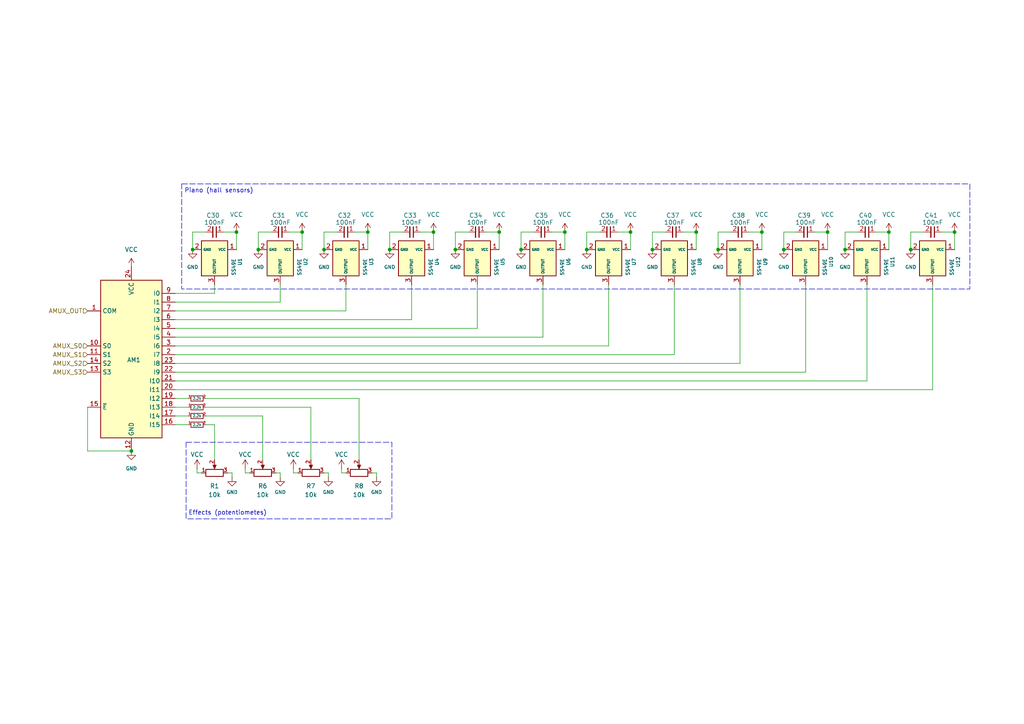
<source format=kicad_sch>
(kicad_sch (version 20250114) (generator "eeschema") (generator_version "9.0")
  (paper "A4")
  (lib_symbols
    (symbol "Symbols:CD74HC4067M Analog Mux"
      (property "Reference" "AM" (at 0 0 0))
      (symbol "CD74HC4067M Analog Mux_0_1"
        (rectangle (start -8.89 22.86) (end 8.89 -22.86) (stroke (width 0.254)) (fill (type background)))
      )
      (symbol "CD74HC4067M Analog Mux_1_1"
        (pin passive line (at -12.7 13.97 0) (length 3.81) (name "COM") (number "1"))
        (pin input line (at -12.7 3.81 0) (length 3.81) (name "S0") (number "10"))
        (pin input line (at -12.7 1.27 0) (length 3.81) (name "S1") (number "11"))
        (pin input line (at -12.7 -1.27 0) (length 3.81) (name "S2") (number "14"))
        (pin input line (at -12.7 -3.81 0) (length 3.81) (name "S3") (number "13"))
        (pin input line (at -12.7 -13.97 0) (length 3.81) (name "~{E}") (number "15"))
        (pin power_in line (at 0 26.67 270) (length 3.81) (name "VCC") (number "24"))
        (pin power_in line (at 0 -26.67 90) (length 3.81) (name "GND") (number "12"))
        (pin passive line (at 12.7 19.05 180) (length 3.81) (name "I0") (number "9"))
        (pin passive line (at 12.7 16.51 180) (length 3.81) (name "I1") (number "8"))
        (pin passive line (at 12.7 13.97 180) (length 3.81) (name "I2") (number "7"))
        (pin passive line (at 12.7 11.43 180) (length 3.81) (name "I3") (number "6"))
        (pin passive line (at 12.7 8.89 180) (length 3.81) (name "I4") (number "5"))
        (pin passive line (at 12.7 6.35 180) (length 3.81) (name "I5") (number "4"))
        (pin passive line (at 12.7 3.81 180) (length 3.81) (name "I6") (number "3"))
        (pin passive line (at 12.7 1.27 180) (length 3.81) (name "I7") (number "2"))
        (pin passive line (at 12.7 -1.27 180) (length 3.81) (name "I8") (number "23"))
        (pin passive line (at 12.7 -3.81 180) (length 3.81) (name "I9") (number "22"))
        (pin passive line (at 12.7 -6.35 180) (length 3.81) (name "I10") (number "21"))
        (pin passive line (at 12.7 -8.89 180) (length 3.81) (name "I11") (number "20"))
        (pin passive line (at 12.7 -11.43 180) (length 3.81) (name "I12") (number "19"))
        (pin passive line (at 12.7 -13.97 180) (length 3.81) (name "I13") (number "18"))
        (pin passive line (at 12.7 -16.51 180) (length 3.81) (name "I14") (number "17"))
        (pin passive line (at 12.7 -19.05 180) (length 3.81) (name "I15") (number "16"))
      )
    )
    (symbol "Symbols:Capacitor 0603"
      (property "Reference" "C" (at -3.048 0 90))
      (symbol "Capacitor 0603_0_1"
        (polyline (pts (xy -1.524 0.508) (xy 1.524 0.508)) (stroke (width 0.3048)))
        (polyline (pts (xy -1.524 -0.508) (xy 1.524 -0.508)) (stroke (width 0.3302)))
      )
      (symbol "Capacitor 0603_1_1"
        (pin passive line (at 0 2.54 270) (length 2.032) (name "~") (number "1"))
        (pin passive line (at 0 -2.54 90) (length 2.032) (name "~") (number "2"))
      )
    )
    (symbol "Symbols:GND" (power) (pin_numbers (hide yes)) (pin_names (hide yes))
      (property "Value" "GND" (at 0 -3.302 0))
      (symbol "GND_0_1"
        (polyline (pts (xy 0 0) (xy 0 -1.27) (xy 1.27 -1.27) (xy 0 -2.54) (xy -1.27 -1.27) (xy 0 -1.27)))
      )
      (symbol "GND_1_1"
        (pin power_in line (at 0 0 270) (length 0) (name "~") (number ""))
      )
    )
    (symbol "Symbols:Potentiometer"
      (property "Reference" "R" (at -2.286 0 90))
      (symbol "Potentiometer_0_1"
        (rectangle (start 1.016 2.54) (end -1.016 -2.54) (stroke (width 0.254)))
        (polyline (pts (xy 1.143 0) (xy 2.286 0.508) (xy 2.286 -0.508) (xy 1.143 0)) (fill (type outline)))
        (polyline (pts (xy 2.54 0) (xy 1.524 0)))
      )
      (symbol "Potentiometer_1_1"
        (pin passive line (at 0 3.81 270) (length 1.27) (name "") (number "1"))
        (pin passive line (at 0 -3.81 90) (length 1.27) (name "") (number "3"))
        (pin passive line (at 3.81 0 180) (length 1.27) (name "") (number "2"))
      )
    )
    (symbol "Symbols:Resistor 0603"
      (property "Reference" "R" (at -2.032 0 90))
      (symbol "Resistor 0603_0_1"
        (rectangle (start -0.762 1.778) (end 0.762 -1.778) (stroke (width 0.2032)))
      )
      (symbol "Resistor 0603_1_1"
        (pin passive line (at 0 2.54 270) (length 0.762) (name "~") (number "1"))
        (pin passive line (at 0 -2.54 90) (length 0.762) (name "~") (number "2"))
      )
    )
    (symbol "Symbols:SS49E Hall Sensor"
      (property "Reference" "H" (at 0 1.778 0))
      (property "Value" "SS49E" (at 2.032 4.826 0))
      (symbol "SS49E Hall Sensor_0_1"
        (rectangle (start -5.08 3.81) (end 5.08 -3.81) (stroke (width 0.254)) (fill (type background)))
      )
      (symbol "SS49E Hall Sensor_1_1"
        (pin power_in line (at -2.54 6.35 270) (length 2.54) (name "VCC") (number "1"))
        (pin power_in line (at -2.54 -6.35 90) (length 2.54) (name "GND") (number "2"))
        (pin output line (at 7.62 0 180) (length 2.54) (name "OUTPUT") (number "3"))
      )
    )
    (symbol "Symbols:VCC" (power) (pin_numbers (hide yes)) (pin_names (hide yes))
      (property "Value" "VCC" (at 0 3.81 0))
      (symbol "VCC_0_1"
        (polyline (pts (xy -0.762 1.27) (xy 0 2.54)))
        (polyline (pts (xy 0 2.54) (xy 0.762 1.27)))
        (polyline (pts (xy 0 0) (xy 0 2.54)))
      )
      (symbol "VCC_1_1"
        (pin power_in line (at 0 0 90) (length 0) (name "~") (number ""))
      )
    )
  )
  (rectangle (start 52.705 53.34) (end 281.305 83.82) (stroke (width 0) (type dash)))
  (rectangle (start 53.975 128.27) (end 113.665 150.495) (stroke (width 0) (type dash)))
  (text "Piano (hall sensors)" (at 63.5 55.372 0) (effects (font (size 1.27 1.27))))
  (text "Effects (potentiometes)" (at 66.04 148.844 0) (effects (font (size 1.27 1.27))))
  (junction (at 276.86 67.31))
  (junction (at 170.18 72.39))
  (junction (at 201.93 67.31))
  (junction (at 144.78 67.31))
  (junction (at 151.13 72.39))
  (junction (at 55.88 72.39))
  (junction (at 132.08 72.39))
  (junction (at 93.98 72.39))
  (junction (at 113.03 72.39))
  (junction (at 182.88 67.31))
  (junction (at 38.1 130.81))
  (junction (at 163.83 67.31))
  (junction (at 227.33 72.39))
  (junction (at 68.58 67.31))
  (junction (at 87.63 67.31))
  (junction (at 125.73 67.31))
  (junction (at 264.16 72.39))
  (junction (at 240.03 67.31))
  (junction (at 257.81 67.31))
  (junction (at 106.68 67.31))
  (junction (at 208.28 72.39))
  (junction (at 245.11 72.39))
  (junction (at 189.23 72.39))
  (junction (at 74.93 72.39))
  (junction (at 220.98 67.31))
  (wire (pts (xy 90.17 118.11) (xy 90.17 133.35)))
  (wire (pts (xy 66.04 137.16) (xy 67.31 137.16)))
  (wire (pts (xy 81.28 137.16) (xy 81.28 138.43)))
  (wire (pts (xy 106.68 67.31) (xy 106.68 72.39)))
  (wire (pts (xy 220.98 67.31) (xy 220.98 72.39)))
  (wire (pts (xy 74.93 72.39) (xy 74.93 67.31)))
  (wire (pts (xy 68.58 67.31) (xy 68.58 72.39)))
  (wire (pts (xy 160.02 67.31) (xy 163.83 67.31)))
  (wire (pts (xy 251.46 110.49) (xy 251.46 82.55)))
  (wire (pts (xy 264.16 67.31) (xy 267.97 67.31)))
  (wire (pts (xy 170.18 67.31) (xy 173.99 67.31)))
  (wire (pts (xy 214.63 105.41) (xy 214.63 82.55)))
  (wire (pts (xy 50.8 110.49) (xy 251.46 110.49)))
  (wire (pts (xy 86.36 137.16) (xy 85.09 137.16)))
  (wire (pts (xy 170.18 72.39) (xy 170.18 67.31)))
  (wire (pts (xy 163.83 67.31) (xy 163.83 72.39)))
  (wire (pts (xy 227.33 67.31) (xy 231.14 67.31)))
  (wire (pts (xy 201.93 67.31) (xy 201.93 72.39)))
  (wire (pts (xy 57.15 137.16) (xy 57.15 135.89)))
  (wire (pts (xy 76.2 120.65) (xy 76.2 133.35)))
  (wire (pts (xy 80.01 137.16) (xy 81.28 137.16)))
  (wire (pts (xy 71.12 137.16) (xy 71.12 135.89)))
  (wire (pts (xy 93.98 67.31) (xy 97.79 67.31)))
  (wire (pts (xy 62.23 133.35) (xy 62.23 123.19)))
  (wire (pts (xy 50.8 92.71) (xy 119.38 92.71)))
  (wire (pts (xy 104.14 115.57) (xy 104.14 133.35)))
  (wire (pts (xy 236.22 67.31) (xy 240.03 67.31)))
  (wire (pts (xy 132.08 72.39) (xy 132.08 67.31)))
  (wire (pts (xy 233.68 107.95) (xy 233.68 82.55)))
  (wire (pts (xy 50.8 100.33) (xy 176.53 100.33)))
  (wire (pts (xy 217.17 67.31) (xy 220.98 67.31)))
  (wire (pts (xy 58.42 137.16) (xy 57.15 137.16)))
  (wire (pts (xy 176.53 100.33) (xy 176.53 82.55)))
  (wire (pts (xy 99.06 137.16) (xy 99.06 135.89)))
  (wire (pts (xy 100.33 137.16) (xy 99.06 137.16)))
  (wire (pts (xy 81.28 87.63) (xy 81.28 82.55)))
  (wire (pts (xy 144.78 67.31) (xy 144.78 72.39)))
  (wire (pts (xy 270.51 113.03) (xy 270.51 82.55)))
  (wire (pts (xy 245.11 67.31) (xy 248.92 67.31)))
  (wire (pts (xy 245.11 72.39) (xy 245.11 67.31)))
  (wire (pts (xy 109.22 137.16) (xy 109.22 138.43)))
  (wire (pts (xy 198.12 67.31) (xy 201.93 67.31)))
  (wire (pts (xy 182.88 67.31) (xy 182.88 72.39)))
  (wire (pts (xy 121.92 67.31) (xy 125.73 67.31)))
  (wire (pts (xy 227.33 72.39) (xy 227.33 67.31)))
  (wire (pts (xy 254 67.31) (xy 257.81 67.31)))
  (wire (pts (xy 25.4 130.81) (xy 38.1 130.81)))
  (wire (pts (xy 208.28 72.39) (xy 208.28 67.31)))
  (wire (pts (xy 59.69 118.11) (xy 90.17 118.11)))
  (wire (pts (xy 102.87 67.31) (xy 106.68 67.31)))
  (wire (pts (xy 113.03 72.39) (xy 113.03 67.31)))
  (wire (pts (xy 50.8 85.09) (xy 62.23 85.09)))
  (wire (pts (xy 72.39 137.16) (xy 71.12 137.16)))
  (wire (pts (xy 59.69 115.57) (xy 104.14 115.57)))
  (wire (pts (xy 50.8 105.41) (xy 214.63 105.41)))
  (wire (pts (xy 50.8 90.17) (xy 100.33 90.17)))
  (wire (pts (xy 87.63 67.31) (xy 87.63 72.39)))
  (wire (pts (xy 125.73 67.31) (xy 125.73 72.39)))
  (wire (pts (xy 50.8 102.87) (xy 195.58 102.87)))
  (wire (pts (xy 50.8 118.11) (xy 54.61 118.11)))
  (wire (pts (xy 95.25 137.16) (xy 95.25 138.43)))
  (wire (pts (xy 25.4 118.11) (xy 25.4 130.81)))
  (wire (pts (xy 264.16 72.39) (xy 264.16 67.31)))
  (wire (pts (xy 59.69 123.19) (xy 62.23 123.19)))
  (wire (pts (xy 189.23 67.31) (xy 193.04 67.31)))
  (wire (pts (xy 64.77 67.31) (xy 68.58 67.31)))
  (wire (pts (xy 119.38 92.71) (xy 119.38 82.55)))
  (wire (pts (xy 151.13 67.31) (xy 154.94 67.31)))
  (wire (pts (xy 179.07 67.31) (xy 182.88 67.31)))
  (wire (pts (xy 138.43 95.25) (xy 138.43 82.55)))
  (wire (pts (xy 74.93 67.31) (xy 78.74 67.31)))
  (wire (pts (xy 240.03 67.31) (xy 240.03 72.39)))
  (wire (pts (xy 208.28 67.31) (xy 212.09 67.31)))
  (wire (pts (xy 83.82 67.31) (xy 87.63 67.31)))
  (wire (pts (xy 107.95 137.16) (xy 109.22 137.16)))
  (wire (pts (xy 93.98 72.39) (xy 93.98 67.31)))
  (wire (pts (xy 50.8 95.25) (xy 138.43 95.25)))
  (wire (pts (xy 157.48 97.79) (xy 157.48 82.55)))
  (wire (pts (xy 93.98 137.16) (xy 95.25 137.16)))
  (wire (pts (xy 50.8 113.03) (xy 270.51 113.03)))
  (wire (pts (xy 132.08 67.31) (xy 135.89 67.31)))
  (wire (pts (xy 113.03 67.31) (xy 116.84 67.31)))
  (wire (pts (xy 189.23 72.39) (xy 189.23 67.31)))
  (wire (pts (xy 55.88 67.31) (xy 59.69 67.31)))
  (wire (pts (xy 50.8 97.79) (xy 157.48 97.79)))
  (wire (pts (xy 50.8 107.95) (xy 233.68 107.95)))
  (wire (pts (xy 55.88 72.39) (xy 55.88 67.31)))
  (wire (pts (xy 62.23 85.09) (xy 62.23 82.55)))
  (wire (pts (xy 140.97 67.31) (xy 144.78 67.31)))
  (wire (pts (xy 257.81 67.31) (xy 257.81 72.39)))
  (wire (pts (xy 276.86 67.31) (xy 276.86 72.39)))
  (wire (pts (xy 59.69 120.65) (xy 76.2 120.65)))
  (wire (pts (xy 273.05 67.31) (xy 276.86 67.31)))
  (wire (pts (xy 50.8 87.63) (xy 81.28 87.63)))
  (wire (pts (xy 151.13 72.39) (xy 151.13 67.31)))
  (wire (pts (xy 50.8 115.57) (xy 54.61 115.57)))
  (wire (pts (xy 50.8 123.19) (xy 54.61 123.19)))
  (wire (pts (xy 67.31 137.16) (xy 67.31 138.43)))
  (wire (pts (xy 50.8 120.65) (xy 54.61 120.65)))
  (wire (pts (xy 100.33 90.17) (xy 100.33 82.55)))
  (wire (pts (xy 195.58 102.87) (xy 195.58 82.55)))
  (wire (pts (xy 85.09 137.16) (xy 85.09 135.89)))
  (hierarchical_label "AMUX_OUT" (shape input) (at 25.4 90.17 180))
  (hierarchical_label "AMUX_S1" (shape input) (at 25.4 102.87 180))
  (hierarchical_label "AMUX_S0" (shape input) (at 25.4 100.33 180))
  (hierarchical_label "AMUX_S2" (shape input) (at 25.4 105.41 180))
  (hierarchical_label "AMUX_S3" (shape input) (at 25.4 107.95 180))
  (symbol (lib_id "Symbols:VCC") (at 257.81 67.31 0) (unit 1)
    (property "Reference" "#PWR074" (effects (hide yes)))
    (property "Value" "VCC" (at 257.81 62.23 0))
  )
  (symbol (lib_id "Symbols:Capacitor 0603") (at 62.23 67.31 270) (unit 1)
    (property "Reference" "C30" (at 63.754 62.484 90) (effects (justify right)))
    (property "Value" "100nF" (at 65.278 64.516 90) (effects (justify right)))
    (property "Footprint" "Footprints:0603_C" (effects (hide yes)))
  )
  (symbol (lib_id "Symbols:Capacitor 0603") (at 176.53 67.31 270) (unit 1)
    (property "Reference" "C36" (at 178.054 62.484 90) (effects (justify right)))
    (property "Value" "100nF" (at 179.578 64.516 90) (effects (justify right)))
    (property "Footprint" "Footprints:0603_C" (effects (hide yes)))
  )
  (symbol (lib_id "Symbols:SS49E Hall Sensor") (at 270.51 74.93 270) (unit 1)
    (property "Reference" "U12" (at 277.876 75.946 0) (effects (font (size 1.016 1.016))))
    (property "Value" "SS49E" (at 276.098 77.47 0) (effects (font (size 1.016 1.016))))
    (property "Footprint" "Footprints:SLSS49E-3 Hall Sensor (SOT-23-3)" (effects (hide yes)))
  )
  (symbol (lib_id "Symbols:SS49E Hall Sensor") (at 157.48 74.93 270) (unit 1)
    (property "Reference" "U6" (at 164.846 75.946 0) (effects (font (size 1.016 1.016))))
    (property "Value" "SS49E" (at 163.068 77.47 0) (effects (font (size 1.016 1.016))))
    (property "Footprint" "Footprints:SLSS49E-3 Hall Sensor (SOT-23-3)" (effects (hide yes)))
  )
  (symbol (lib_id "Symbols:SS49E Hall Sensor") (at 214.63 74.93 270) (unit 1)
    (property "Reference" "U9" (at 221.996 75.946 0) (effects (font (size 1.016 1.016))))
    (property "Value" "SS49E" (at 220.218 77.47 0) (effects (font (size 1.016 1.016))))
    (property "Footprint" "Footprints:SLSS49E-3 Hall Sensor (SOT-23-3)" (effects (hide yes)))
  )
  (symbol (lib_id "Symbols:CD74HC4067M Analog Mux") (at 38.1 104.14 0) (unit 1)
    (property "Reference" "AM1" (at 36.83 104.394 0) (effects (justify left)))
    (property "Value" "CD74HC4067M" (effects (hide yes)))
    (property "Footprint" "Footprints:CD74HC4067M Analog Mux (SOIC-24)" (effects (hide yes)))
  )
  (symbol (lib_id "Symbols:GND") (at 208.28 72.39 0) (unit 1)
    (property "Reference" "#PWR069" (effects (hide yes)))
    (property "Value" "GND" (at 208.28 77.47 0) (effects (font (size 1.016 1.016))))
  )
  (symbol (lib_id "Symbols:SS49E Hall Sensor") (at 233.68 74.93 270) (unit 1)
    (property "Reference" "U10" (at 241.046 75.946 0) (effects (font (size 1.016 1.016))))
    (property "Value" "SS49E" (at 239.268 77.47 0) (effects (font (size 1.016 1.016))))
    (property "Footprint" "Footprints:SLSS49E-3 Hall Sensor (SOT-23-3)" (effects (hide yes)))
  )
  (symbol (lib_id "Symbols:Resistor 0603") (at 57.15 118.11 90) (unit 1)
    (property "Reference" "R4" (effects (hide yes)))
    (property "Value" "2.2k" (at 57.15 118.11 90) (effects (font (size 0.762 0.762))))
    (property "Footprint" "Footprints:0603_R" (effects (hide yes)))
  )
  (symbol (lib_id "Symbols:SS49E Hall Sensor") (at 251.46 74.93 270) (unit 1)
    (property "Reference" "U11" (at 258.826 75.946 0) (effects (font (size 1.016 1.016))))
    (property "Value" "SS49E" (at 257.048 77.47 0) (effects (font (size 1.016 1.016))))
    (property "Footprint" "Footprints:SLSS49E-3 Hall Sensor (SOT-23-3)" (effects (hide yes)))
  )
  (symbol (lib_id "Symbols:VCC") (at 71.12 135.89 0) (unit 1)
    (property "Reference" "#PWR079" (effects (hide yes)))
    (property "Value" "VCC" (at 71.12 131.826 0))
  )
  (symbol (lib_id "Symbols:GND") (at 170.18 72.39 0) (unit 1)
    (property "Reference" "#PWR065" (effects (hide yes)))
    (property "Value" "GND" (at 170.18 77.47 0) (effects (font (size 1.016 1.016))))
  )
  (symbol (lib_id "Symbols:SS49E Hall Sensor") (at 195.58 74.93 270) (unit 1)
    (property "Reference" "U8" (at 202.946 75.946 0) (effects (font (size 1.016 1.016))))
    (property "Value" "SS49E" (at 201.168 77.47 0) (effects (font (size 1.016 1.016))))
    (property "Footprint" "Footprints:SLSS49E-3 Hall Sensor (SOT-23-3)" (effects (hide yes)))
  )
  (symbol (lib_id "Symbols:GND") (at 81.28 138.43 0) (unit 1)
    (property "Reference" "#PWR080" (effects (hide yes)))
    (property "Value" "GND" (at 81.28 142.748 0) (effects (font (size 1.016 1.016))))
  )
  (symbol (lib_id "Symbols:GND") (at 151.13 72.39 0) (unit 1)
    (property "Reference" "#PWR063" (effects (hide yes)))
    (property "Value" "GND" (at 151.13 77.47 0) (effects (font (size 1.016 1.016))))
  )
  (symbol (lib_id "Symbols:VCC") (at 68.58 67.31 0) (unit 1)
    (property "Reference" "#PWR053" (effects (hide yes)))
    (property "Value" "VCC" (at 68.58 62.23 0))
  )
  (symbol (lib_id "Symbols:GND") (at 245.11 72.39 0) (unit 1)
    (property "Reference" "#PWR073" (effects (hide yes)))
    (property "Value" "GND" (at 245.11 77.47 0) (effects (font (size 1.016 1.016))))
  )
  (symbol (lib_id "Symbols:Resistor 0603") (at 57.15 123.19 90) (unit 1)
    (property "Reference" "R2" (effects (hide yes)))
    (property "Value" "2.2k" (at 57.15 123.19 90) (effects (font (size 0.762 0.762))))
    (property "Footprint" "Footprints:0603_R" (effects (hide yes)))
  )
  (symbol (lib_id "Symbols:Capacitor 0603") (at 233.68 67.31 270) (unit 1)
    (property "Reference" "C39" (at 235.204 62.484 90) (effects (justify right)))
    (property "Value" "100nF" (at 236.728 64.516 90) (effects (justify right)))
    (property "Footprint" "Footprints:0603_C" (effects (hide yes)))
  )
  (symbol (lib_id "Symbols:VCC") (at 106.68 67.31 0) (unit 1)
    (property "Reference" "#PWR058" (effects (hide yes)))
    (property "Value" "VCC" (at 106.68 62.23 0))
  )
  (symbol (lib_id "Symbols:Capacitor 0603") (at 195.58 67.31 270) (unit 1)
    (property "Reference" "C37" (at 197.104 62.484 90) (effects (justify right)))
    (property "Value" "100nF" (at 198.628 64.516 90) (effects (justify right)))
    (property "Footprint" "Footprints:0603_C" (effects (hide yes)))
  )
  (symbol (lib_id "Symbols:GND") (at 109.22 138.43 0) (unit 1)
    (property "Reference" "#PWR084" (effects (hide yes)))
    (property "Value" "GND" (at 109.22 142.748 0) (effects (font (size 1.016 1.016))))
  )
  (symbol (lib_id "Symbols:GND") (at 38.1 130.81 0) (unit 1)
    (property "Reference" "#PWR086" (effects (hide yes)))
    (property "Value" "GND" (at 38.1 135.89 0) (effects (font (size 1.016 1.016))))
  )
  (symbol (lib_id "Symbols:Capacitor 0603") (at 100.33 67.31 270) (unit 1)
    (property "Reference" "C32" (at 101.854 62.484 90) (effects (justify right)))
    (property "Value" "100nF" (at 103.378 64.516 90) (effects (justify right)))
    (property "Footprint" "Footprints:0603_C" (effects (hide yes)))
  )
  (symbol (lib_id "Symbols:GND") (at 55.88 72.39 0) (unit 1)
    (property "Reference" "#PWR054" (effects (hide yes)))
    (property "Value" "GND" (at 55.88 77.47 0) (effects (font (size 1.016 1.016))))
  )
  (symbol (lib_id "Symbols:VCC") (at 87.63 67.31 0) (unit 1)
    (property "Reference" "#PWR056" (effects (hide yes)))
    (property "Value" "VCC" (at 87.63 62.23 0))
  )
  (symbol (lib_id "Symbols:GND") (at 95.25 138.43 0) (unit 1)
    (property "Reference" "#PWR082" (effects (hide yes)))
    (property "Value" "GND" (at 95.25 142.748 0) (effects (font (size 1.016 1.016))))
  )
  (symbol (lib_id "Symbols:GND") (at 74.93 72.39 0) (unit 1)
    (property "Reference" "#PWR055" (effects (hide yes)))
    (property "Value" "GND" (at 74.93 77.47 0) (effects (font (size 1.016 1.016))))
  )
  (symbol (lib_id "Symbols:VCC") (at 201.93 67.31 0) (unit 1)
    (property "Reference" "#PWR068" (effects (hide yes)))
    (property "Value" "VCC" (at 201.93 62.23 0))
  )
  (symbol (lib_id "Symbols:GND") (at 113.03 72.39 0) (unit 1)
    (property "Reference" "#PWR059" (effects (hide yes)))
    (property "Value" "GND" (at 113.03 77.47 0) (effects (font (size 1.016 1.016))))
  )
  (symbol (lib_id "Symbols:GND") (at 67.31 138.43 0) (unit 1)
    (property "Reference" "#PWR078" (effects (hide yes)))
    (property "Value" "GND" (at 67.31 142.748 0) (effects (font (size 1.016 1.016))))
  )
  (symbol (lib_id "Symbols:GND") (at 93.98 72.39 0) (unit 1)
    (property "Reference" "#PWR057" (effects (hide yes)))
    (property "Value" "GND" (at 93.98 77.47 0) (effects (font (size 1.016 1.016))))
  )
  (symbol (lib_id "Symbols:SS49E Hall Sensor") (at 81.28 74.93 270) (unit 1)
    (property "Reference" "U2" (at 88.646 75.946 0) (effects (font (size 1.016 1.016))))
    (property "Value" "SS49E" (at 86.868 77.47 0) (effects (font (size 1.016 1.016))))
    (property "Footprint" "Footprints:SLSS49E-3 Hall Sensor (SOT-23-3)" (effects (hide yes)))
  )
  (symbol (lib_id "Symbols:VCC") (at 220.98 67.31 0) (unit 1)
    (property "Reference" "#PWR070" (effects (hide yes)))
    (property "Value" "VCC" (at 220.98 62.23 0))
  )
  (symbol (lib_id "Symbols:VCC") (at 38.1 77.47 0) (unit 1)
    (property "Reference" "#PWR085" (effects (hide yes)))
    (property "Value" "VCC" (at 38.1 72.39 0))
  )
  (symbol (lib_id "Symbols:VCC") (at 85.09 135.89 0) (unit 1)
    (property "Reference" "#PWR081" (effects (hide yes)))
    (property "Value" "VCC" (at 85.09 131.826 0))
  )
  (symbol (lib_id "Symbols:SS49E Hall Sensor") (at 62.23 74.93 270) (unit 1)
    (property "Reference" "U1" (at 69.596 75.946 0) (effects (font (size 1.016 1.016))))
    (property "Value" "SS49E" (at 67.818 77.47 0) (effects (font (size 1.016 1.016))))
    (property "Footprint" "Footprints:SLSS49E-3 Hall Sensor (SOT-23-3)" (effects (hide yes)))
  )
  (symbol (lib_id "Symbols:Capacitor 0603") (at 157.48 67.31 270) (unit 1)
    (property "Reference" "C35" (at 159.004 62.484 90) (effects (justify right)))
    (property "Value" "100nF" (at 160.528 64.516 90) (effects (justify right)))
    (property "Footprint" "Footprints:0603_C" (effects (hide yes)))
  )
  (symbol (lib_id "Symbols:SS49E Hall Sensor") (at 138.43 74.93 270) (unit 1)
    (property "Reference" "U5" (at 145.796 75.946 0) (effects (font (size 1.016 1.016))))
    (property "Value" "SS49E" (at 144.018 77.47 0) (effects (font (size 1.016 1.016))))
    (property "Footprint" "Footprints:SLSS49E-3 Hall Sensor (SOT-23-3)" (effects (hide yes)))
  )
  (symbol (lib_id "Symbols:SS49E Hall Sensor") (at 119.38 74.93 270) (unit 1)
    (property "Reference" "U4" (at 126.746 75.946 0) (effects (font (size 1.016 1.016))))
    (property "Value" "SS49E" (at 124.968 77.47 0) (effects (font (size 1.016 1.016))))
    (property "Footprint" "Footprints:SLSS49E-3 Hall Sensor (SOT-23-3)" (effects (hide yes)))
  )
  (symbol (lib_id "Symbols:Capacitor 0603") (at 214.63 67.31 270) (unit 1)
    (property "Reference" "C38" (at 216.154 62.484 90) (effects (justify right)))
    (property "Value" "100nF" (at 217.678 64.516 90) (effects (justify right)))
    (property "Footprint" "Footprints:0603_C" (effects (hide yes)))
  )
  (symbol (lib_id "Symbols:GND") (at 132.08 72.39 0) (unit 1)
    (property "Reference" "#PWR061" (effects (hide yes)))
    (property "Value" "GND" (at 132.08 77.47 0) (effects (font (size 1.016 1.016))))
  )
  (symbol (lib_id "Symbols:GND") (at 264.16 72.39 0) (unit 1)
    (property "Reference" "#PWR075" (effects (hide yes)))
    (property "Value" "GND" (at 264.16 77.47 0) (effects (font (size 1.016 1.016))))
  )
  (symbol (lib_id "Symbols:SS49E Hall Sensor") (at 176.53 74.93 270) (unit 1)
    (property "Reference" "U7" (at 183.896 75.946 0) (effects (font (size 1.016 1.016))))
    (property "Value" "SS49E" (at 182.118 77.47 0) (effects (font (size 1.016 1.016))))
    (property "Footprint" "Footprints:SLSS49E-3 Hall Sensor (SOT-23-3)" (effects (hide yes)))
  )
  (symbol (lib_id "Symbols:Capacitor 0603") (at 81.28 67.31 270) (unit 1)
    (property "Reference" "C31" (at 82.804 62.484 90) (effects (justify right)))
    (property "Value" "100nF" (at 84.328 64.516 90) (effects (justify right)))
    (property "Footprint" "Footprints:0603_C" (effects (hide yes)))
  )
  (symbol (lib_id "Symbols:Potentiometer") (at 104.14 137.16 90) (unit 1)
    (property "Reference" "R8" (at 104.14 140.97 90))
    (property "Value" "10k" (at 104.14 143.51 90))
    (property "Footprint" "Footprints:0603_R" (effects (hide yes)))
  )
  (symbol (lib_id "Symbols:SS49E Hall Sensor") (at 100.33 74.93 270) (unit 1)
    (property "Reference" "U3" (at 107.696 75.946 0) (effects (font (size 1.016 1.016))))
    (property "Value" "SS49E" (at 105.918 77.47 0) (effects (font (size 1.016 1.016))))
    (property "Footprint" "Footprints:SLSS49E-3 Hall Sensor (SOT-23-3)" (effects (hide yes)))
  )
  (symbol (lib_id "Symbols:Potentiometer") (at 62.23 137.16 90) (unit 1)
    (property "Reference" "R1" (at 62.23 140.97 90))
    (property "Value" "10k" (at 62.23 143.51 90))
    (property "Footprint" "Footprints:0603_R" (effects (hide yes)))
  )
  (symbol (lib_id "Symbols:Capacitor 0603") (at 138.43 67.31 270) (unit 1)
    (property "Reference" "C34" (at 139.954 62.484 90) (effects (justify right)))
    (property "Value" "100nF" (at 141.478 64.516 90) (effects (justify right)))
    (property "Footprint" "Footprints:0603_C" (effects (hide yes)))
  )
  (symbol (lib_id "Symbols:Potentiometer") (at 76.2 137.16 90) (unit 1)
    (property "Reference" "R6" (at 76.2 140.97 90))
    (property "Value" "10k" (at 76.2 143.51 90))
    (property "Footprint" "Footprints:0603_R" (effects (hide yes)))
  )
  (symbol (lib_id "Symbols:Capacitor 0603") (at 119.38 67.31 270) (unit 1)
    (property "Reference" "C33" (at 120.904 62.484 90) (effects (justify right)))
    (property "Value" "100nF" (at 122.428 64.516 90) (effects (justify right)))
    (property "Footprint" "Footprints:0603_C" (effects (hide yes)))
  )
  (symbol (lib_id "Symbols:VCC") (at 276.86 67.31 0) (unit 1)
    (property "Reference" "#PWR076" (effects (hide yes)))
    (property "Value" "VCC" (at 276.86 62.23 0))
  )
  (symbol (lib_id "Symbols:Resistor 0603") (at 57.15 120.65 90) (unit 1)
    (property "Reference" "R3" (effects (hide yes)))
    (property "Value" "2.2k" (at 57.15 120.65 90) (effects (font (size 0.762 0.762))))
    (property "Footprint" "Footprints:0603_R" (effects (hide yes)))
  )
  (symbol (lib_id "Symbols:Resistor 0603") (at 57.15 115.57 90) (unit 1)
    (property "Reference" "R5" (effects (hide yes)))
    (property "Value" "2.2k" (at 57.15 115.57 90) (effects (font (size 0.762 0.762))))
    (property "Footprint" "Footprints:0603_R" (effects (hide yes)))
  )
  (symbol (lib_id "Symbols:GND") (at 227.33 72.39 0) (unit 1)
    (property "Reference" "#PWR071" (effects (hide yes)))
    (property "Value" "GND" (at 227.33 77.47 0) (effects (font (size 1.016 1.016))))
  )
  (symbol (lib_id "Symbols:VCC") (at 125.73 67.31 0) (unit 1)
    (property "Reference" "#PWR060" (effects (hide yes)))
    (property "Value" "VCC" (at 125.73 62.23 0))
  )
  (symbol (lib_id "Symbols:VCC") (at 99.06 135.89 0) (unit 1)
    (property "Reference" "#PWR083" (effects (hide yes)))
    (property "Value" "VCC" (at 99.06 131.826 0))
  )
  (symbol (lib_id "Symbols:Potentiometer") (at 90.17 137.16 90) (unit 1)
    (property "Reference" "R7" (at 90.17 140.97 90))
    (property "Value" "10k" (at 90.17 143.51 90))
    (property "Footprint" "Footprints:0603_R" (effects (hide yes)))
  )
  (symbol (lib_id "Symbols:VCC") (at 182.88 67.31 0) (unit 1)
    (property "Reference" "#PWR066" (effects (hide yes)))
    (property "Value" "VCC" (at 182.88 62.23 0))
  )
  (symbol (lib_id "Symbols:VCC") (at 57.15 135.89 0) (unit 1)
    (property "Reference" "#PWR077" (effects (hide yes)))
    (property "Value" "VCC" (at 57.15 131.826 0))
  )
  (symbol (lib_id "Symbols:VCC") (at 240.03 67.31 0) (unit 1)
    (property "Reference" "#PWR072" (effects (hide yes)))
    (property "Value" "VCC" (at 240.03 62.23 0))
  )
  (symbol (lib_id "Symbols:VCC") (at 163.83 67.31 0) (unit 1)
    (property "Reference" "#PWR064" (effects (hide yes)))
    (property "Value" "VCC" (at 163.83 62.23 0))
  )
  (symbol (lib_id "Symbols:GND") (at 189.23 72.39 0) (unit 1)
    (property "Reference" "#PWR067" (effects (hide yes)))
    (property "Value" "GND" (at 189.23 77.47 0) (effects (font (size 1.016 1.016))))
  )
  (symbol (lib_id "Symbols:Capacitor 0603") (at 270.51 67.31 270) (unit 1)
    (property "Reference" "C41" (at 272.034 62.484 90) (effects (justify right)))
    (property "Value" "100nF" (at 273.558 64.516 90) (effects (justify right)))
    (property "Footprint" "Footprints:0603_C" (effects (hide yes)))
  )
  (symbol (lib_id "Symbols:Capacitor 0603") (at 251.46 67.31 270) (unit 1)
    (property "Reference" "C40" (at 252.984 62.484 90) (effects (justify right)))
    (property "Value" "100nF" (at 254.508 64.516 90) (effects (justify right)))
    (property "Footprint" "Footprints:0603_C" (effects (hide yes)))
  )
  (symbol (lib_id "Symbols:VCC") (at 144.78 67.31 0) (unit 1)
    (property "Reference" "#PWR062" (effects (hide yes)))
    (property "Value" "VCC" (at 144.78 62.23 0))
  )
)
</source>
